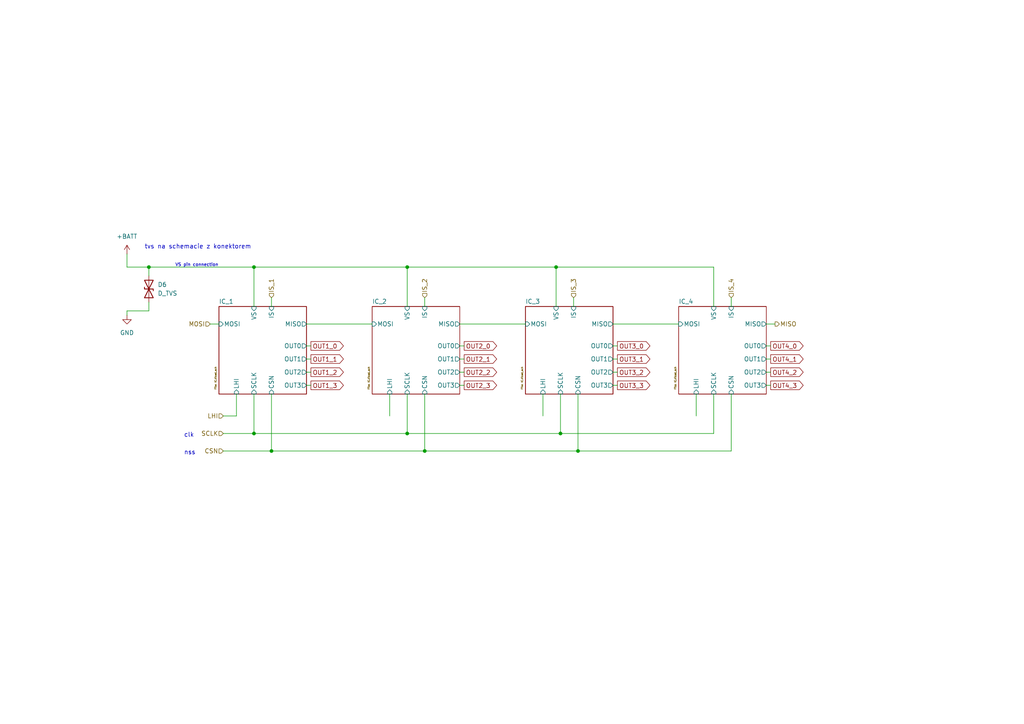
<source format=kicad_sch>
(kicad_sch (version 20230121) (generator eeschema)

  (uuid 733bc089-7e02-41fb-836b-ab3cf0a21bf4)

  (paper "A4")

  (lib_symbols
    (symbol "Device:D_TVS" (pin_numbers hide) (pin_names (offset 1.016) hide) (in_bom yes) (on_board yes)
      (property "Reference" "D" (at 0 2.54 0)
        (effects (font (size 1.27 1.27)))
      )
      (property "Value" "D_TVS" (at 0 -2.54 0)
        (effects (font (size 1.27 1.27)))
      )
      (property "Footprint" "" (at 0 0 0)
        (effects (font (size 1.27 1.27)) hide)
      )
      (property "Datasheet" "~" (at 0 0 0)
        (effects (font (size 1.27 1.27)) hide)
      )
      (property "ki_keywords" "diode TVS thyrector" (at 0 0 0)
        (effects (font (size 1.27 1.27)) hide)
      )
      (property "ki_description" "Bidirectional transient-voltage-suppression diode" (at 0 0 0)
        (effects (font (size 1.27 1.27)) hide)
      )
      (property "ki_fp_filters" "TO-???* *_Diode_* *SingleDiode* D_*" (at 0 0 0)
        (effects (font (size 1.27 1.27)) hide)
      )
      (symbol "D_TVS_0_1"
        (polyline
          (pts
            (xy 1.27 0)
            (xy -1.27 0)
          )
          (stroke (width 0) (type default))
          (fill (type none))
        )
        (polyline
          (pts
            (xy 0.508 1.27)
            (xy 0 1.27)
            (xy 0 -1.27)
            (xy -0.508 -1.27)
          )
          (stroke (width 0.254) (type default))
          (fill (type none))
        )
        (polyline
          (pts
            (xy -2.54 1.27)
            (xy -2.54 -1.27)
            (xy 2.54 1.27)
            (xy 2.54 -1.27)
            (xy -2.54 1.27)
          )
          (stroke (width 0.254) (type default))
          (fill (type none))
        )
      )
      (symbol "D_TVS_1_1"
        (pin passive line (at -3.81 0 0) (length 2.54)
          (name "A1" (effects (font (size 1.27 1.27))))
          (number "1" (effects (font (size 1.27 1.27))))
        )
        (pin passive line (at 3.81 0 180) (length 2.54)
          (name "A2" (effects (font (size 1.27 1.27))))
          (number "2" (effects (font (size 1.27 1.27))))
        )
      )
    )
    (symbol "power:+BATT" (power) (pin_names (offset 0)) (in_bom yes) (on_board yes)
      (property "Reference" "#PWR" (at 0 -3.81 0)
        (effects (font (size 1.27 1.27)) hide)
      )
      (property "Value" "+BATT" (at 0 3.556 0)
        (effects (font (size 1.27 1.27)))
      )
      (property "Footprint" "" (at 0 0 0)
        (effects (font (size 1.27 1.27)) hide)
      )
      (property "Datasheet" "" (at 0 0 0)
        (effects (font (size 1.27 1.27)) hide)
      )
      (property "ki_keywords" "global power battery" (at 0 0 0)
        (effects (font (size 1.27 1.27)) hide)
      )
      (property "ki_description" "Power symbol creates a global label with name \"+BATT\"" (at 0 0 0)
        (effects (font (size 1.27 1.27)) hide)
      )
      (symbol "+BATT_0_1"
        (polyline
          (pts
            (xy -0.762 1.27)
            (xy 0 2.54)
          )
          (stroke (width 0) (type default))
          (fill (type none))
        )
        (polyline
          (pts
            (xy 0 0)
            (xy 0 2.54)
          )
          (stroke (width 0) (type default))
          (fill (type none))
        )
        (polyline
          (pts
            (xy 0 2.54)
            (xy 0.762 1.27)
          )
          (stroke (width 0) (type default))
          (fill (type none))
        )
      )
      (symbol "+BATT_1_1"
        (pin power_in line (at 0 0 90) (length 0) hide
          (name "+BATT" (effects (font (size 1.27 1.27))))
          (number "1" (effects (font (size 1.27 1.27))))
        )
      )
    )
    (symbol "power:GND" (power) (pin_names (offset 0)) (in_bom yes) (on_board yes)
      (property "Reference" "#PWR" (at 0 -6.35 0)
        (effects (font (size 1.27 1.27)) hide)
      )
      (property "Value" "GND" (at 0 -3.81 0)
        (effects (font (size 1.27 1.27)))
      )
      (property "Footprint" "" (at 0 0 0)
        (effects (font (size 1.27 1.27)) hide)
      )
      (property "Datasheet" "" (at 0 0 0)
        (effects (font (size 1.27 1.27)) hide)
      )
      (property "ki_keywords" "global power" (at 0 0 0)
        (effects (font (size 1.27 1.27)) hide)
      )
      (property "ki_description" "Power symbol creates a global label with name \"GND\" , ground" (at 0 0 0)
        (effects (font (size 1.27 1.27)) hide)
      )
      (symbol "GND_0_1"
        (polyline
          (pts
            (xy 0 0)
            (xy 0 -1.27)
            (xy 1.27 -1.27)
            (xy 0 -2.54)
            (xy -1.27 -1.27)
            (xy 0 -1.27)
          )
          (stroke (width 0) (type default))
          (fill (type none))
        )
      )
      (symbol "GND_1_1"
        (pin power_in line (at 0 0 270) (length 0) hide
          (name "GND" (effects (font (size 1.27 1.27))))
          (number "1" (effects (font (size 1.27 1.27))))
        )
      )
    )
  )

  (junction (at 167.64 130.81) (diameter 0) (color 0 0 0 0)
    (uuid 0df1b420-6146-4901-bca3-e67fb3960806)
  )
  (junction (at 118.11 77.47) (diameter 0) (color 0 0 0 0)
    (uuid 2666f868-3bc5-431f-b895-9d19921805cb)
  )
  (junction (at 78.74 130.81) (diameter 0) (color 0 0 0 0)
    (uuid 2f788cc1-46be-4a14-bc98-a2ef46d8c51b)
  )
  (junction (at 162.56 125.73) (diameter 0) (color 0 0 0 0)
    (uuid 3afedb61-cbb6-4f38-ae90-03c777b68840)
  )
  (junction (at 161.29 77.47) (diameter 0) (color 0 0 0 0)
    (uuid 60abe731-9ab1-4c0f-9d36-6dedf2ad1d7b)
  )
  (junction (at 118.11 125.73) (diameter 0) (color 0 0 0 0)
    (uuid 84cfe170-8c74-4a6e-9bce-778501ecaa78)
  )
  (junction (at 73.66 77.47) (diameter 0) (color 0 0 0 0)
    (uuid 9427ae99-9c01-4287-b480-09f47b26c3d4)
  )
  (junction (at 73.66 125.73) (diameter 0) (color 0 0 0 0)
    (uuid a46ca1ad-e15a-46b1-ae6e-899e44cc041b)
  )
  (junction (at 43.18 77.47) (diameter 0) (color 0 0 0 0)
    (uuid db4006e4-f026-4b12-b592-d5a84cac46b0)
  )
  (junction (at 123.19 130.81) (diameter 0) (color 0 0 0 0)
    (uuid f3f4f2dc-e8be-4f60-a06b-ea8b23e4be5b)
  )

  (wire (pts (xy 222.25 111.76) (xy 223.52 111.76))
    (stroke (width 0) (type default))
    (uuid 0149efef-51ef-41d4-ae3c-c330eacbc3f7)
  )
  (wire (pts (xy 123.19 86.36) (xy 123.19 88.9))
    (stroke (width 0) (type default))
    (uuid 083d0848-6f11-41b2-a380-39ef13baed1a)
  )
  (wire (pts (xy 78.74 130.81) (xy 123.19 130.81))
    (stroke (width 0) (type default))
    (uuid 09c6330c-9acd-478a-922d-5ebf50df25d6)
  )
  (wire (pts (xy 88.9 100.33) (xy 90.17 100.33))
    (stroke (width 0) (type default))
    (uuid 2025bccf-4739-49a3-92c7-d8b795a02787)
  )
  (wire (pts (xy 73.66 125.73) (xy 118.11 125.73))
    (stroke (width 0) (type default))
    (uuid 24bb1a31-355c-4a51-802b-bd93aaa2d287)
  )
  (wire (pts (xy 162.56 114.3) (xy 162.56 125.73))
    (stroke (width 0) (type default))
    (uuid 24e575df-5383-4b73-8d01-a4b677dfd7b9)
  )
  (wire (pts (xy 133.35 100.33) (xy 134.62 100.33))
    (stroke (width 0) (type default))
    (uuid 2b9b4c35-1c6d-4a8f-9695-2951320828dd)
  )
  (wire (pts (xy 43.18 77.47) (xy 73.66 77.47))
    (stroke (width 0) (type default))
    (uuid 2e177d39-02ad-4767-8825-07c596fd1556)
  )
  (wire (pts (xy 64.77 125.73) (xy 73.66 125.73))
    (stroke (width 0) (type default))
    (uuid 2fc9c635-b1f8-42c2-89b3-8f82e75cc2cc)
  )
  (wire (pts (xy 222.25 100.33) (xy 223.52 100.33))
    (stroke (width 0) (type default))
    (uuid 33590eb1-b864-484f-831e-5f5e6e18d2d3)
  )
  (wire (pts (xy 177.8 100.33) (xy 179.07 100.33))
    (stroke (width 0) (type default))
    (uuid 3447a1ad-0939-4a25-9cc1-e3175fc8b0ee)
  )
  (wire (pts (xy 177.8 104.14) (xy 179.07 104.14))
    (stroke (width 0) (type default))
    (uuid 399cd91c-321f-44f5-8ecd-02aad8de8457)
  )
  (wire (pts (xy 73.66 77.47) (xy 118.11 77.47))
    (stroke (width 0) (type default))
    (uuid 3dcd7e25-7155-4cd4-b1d3-ab43212fa7b6)
  )
  (wire (pts (xy 133.35 93.98) (xy 152.4 93.98))
    (stroke (width 0) (type default))
    (uuid 42f9d96c-7e2d-4817-9a06-eb67fce466df)
  )
  (wire (pts (xy 207.01 114.3) (xy 207.01 125.73))
    (stroke (width 0) (type default))
    (uuid 451b1409-227a-44a5-8eea-60ac68a5ed81)
  )
  (wire (pts (xy 64.77 120.65) (xy 68.58 120.65))
    (stroke (width 0) (type default))
    (uuid 4aec6d48-f1c8-470c-aba5-03229db53d78)
  )
  (wire (pts (xy 161.29 77.47) (xy 207.01 77.47))
    (stroke (width 0) (type default))
    (uuid 4bc1334b-62cf-4f60-9cda-c4cc54dd3973)
  )
  (wire (pts (xy 222.25 93.98) (xy 224.79 93.98))
    (stroke (width 0) (type default))
    (uuid 4f09ff22-df97-4be7-810a-0baff617a7da)
  )
  (wire (pts (xy 64.77 130.81) (xy 78.74 130.81))
    (stroke (width 0) (type default))
    (uuid 50207b34-f551-4e0b-9a99-b250f0c9bbc7)
  )
  (wire (pts (xy 166.37 86.36) (xy 166.37 88.9))
    (stroke (width 0) (type default))
    (uuid 57ad9a2a-cf98-4c77-b31d-b3df0c56a051)
  )
  (wire (pts (xy 68.58 120.65) (xy 68.58 114.3))
    (stroke (width 0) (type default))
    (uuid 5caee339-5370-4ebc-9102-e4c1de678403)
  )
  (wire (pts (xy 43.18 87.63) (xy 43.18 90.17))
    (stroke (width 0) (type default))
    (uuid 5dbe89d3-8266-4760-869e-b5636088f0a6)
  )
  (wire (pts (xy 161.29 77.47) (xy 161.29 88.9))
    (stroke (width 0) (type default))
    (uuid 6511d3f1-35d4-4c2e-8cae-b7b32494e0d6)
  )
  (wire (pts (xy 177.8 111.76) (xy 179.07 111.76))
    (stroke (width 0) (type default))
    (uuid 676cab7e-fdad-491d-8eca-cb9b1a551794)
  )
  (wire (pts (xy 88.9 93.98) (xy 107.95 93.98))
    (stroke (width 0) (type default))
    (uuid 68a2e312-f90c-4611-b834-8880fd8f69ac)
  )
  (wire (pts (xy 88.9 107.95) (xy 90.17 107.95))
    (stroke (width 0) (type default))
    (uuid 6bd5de5a-27d0-40a5-bcdd-4ee325187ad7)
  )
  (wire (pts (xy 36.83 90.17) (xy 43.18 90.17))
    (stroke (width 0) (type default))
    (uuid 6be4504d-dc7a-4cc9-bac0-ad511691887b)
  )
  (wire (pts (xy 157.48 120.65) (xy 157.48 114.3))
    (stroke (width 0) (type default))
    (uuid 7389314c-cbfd-445c-ab4f-1152de8510d4)
  )
  (wire (pts (xy 123.19 114.3) (xy 123.19 130.81))
    (stroke (width 0) (type default))
    (uuid 7d9ae8f6-5b28-454e-818b-fb85e5e19dc5)
  )
  (wire (pts (xy 133.35 107.95) (xy 134.62 107.95))
    (stroke (width 0) (type default))
    (uuid 8398e177-3ae5-4c7a-8468-6749d303c0ec)
  )
  (wire (pts (xy 60.96 93.98) (xy 63.5 93.98))
    (stroke (width 0) (type default))
    (uuid 88c61aca-d2c0-46cc-b909-f9bf951c64d9)
  )
  (wire (pts (xy 78.74 114.3) (xy 78.74 130.81))
    (stroke (width 0) (type default))
    (uuid 8acfc3d0-1c37-4f2e-9914-7734017b5d7a)
  )
  (wire (pts (xy 201.93 120.65) (xy 201.93 114.3))
    (stroke (width 0) (type default))
    (uuid 8c572281-613b-43e0-b138-727ee3bfd845)
  )
  (wire (pts (xy 177.8 107.95) (xy 179.07 107.95))
    (stroke (width 0) (type default))
    (uuid 8ea31296-06d9-42ea-b546-f7cd96f013d3)
  )
  (wire (pts (xy 162.56 125.73) (xy 207.01 125.73))
    (stroke (width 0) (type default))
    (uuid 907acf89-0b3c-481e-a7dc-5bbb29b94a65)
  )
  (wire (pts (xy 36.83 90.17) (xy 36.83 91.44))
    (stroke (width 0) (type default))
    (uuid 948dd4b8-c136-48de-824f-564d9e20cffb)
  )
  (wire (pts (xy 118.11 125.73) (xy 162.56 125.73))
    (stroke (width 0) (type default))
    (uuid 973bff73-e7ee-48e3-8e59-a8cc95bab03b)
  )
  (wire (pts (xy 73.66 114.3) (xy 73.66 125.73))
    (stroke (width 0) (type default))
    (uuid a11d36cc-ff6c-47dd-85eb-a7323b2c8d4e)
  )
  (wire (pts (xy 207.01 77.47) (xy 207.01 88.9))
    (stroke (width 0) (type default))
    (uuid a129f467-e1c5-43f8-8428-f9cf13e21cd0)
  )
  (wire (pts (xy 133.35 104.14) (xy 134.62 104.14))
    (stroke (width 0) (type default))
    (uuid a29df58a-9bb3-4838-9540-290c2e360e94)
  )
  (wire (pts (xy 118.11 77.47) (xy 161.29 77.47))
    (stroke (width 0) (type default))
    (uuid aad25e45-4ddd-4573-80ad-38bc79ef3fb4)
  )
  (wire (pts (xy 177.8 93.98) (xy 196.85 93.98))
    (stroke (width 0) (type default))
    (uuid b9bbac93-89a5-4617-a1a9-7eee2347f005)
  )
  (wire (pts (xy 222.25 107.95) (xy 223.52 107.95))
    (stroke (width 0) (type default))
    (uuid bc3431f5-88f8-4cb6-b46c-844b898a3ddb)
  )
  (wire (pts (xy 73.66 77.47) (xy 73.66 88.9))
    (stroke (width 0) (type default))
    (uuid bc4958da-bc36-4bcf-a207-35025b852565)
  )
  (wire (pts (xy 222.25 104.14) (xy 223.52 104.14))
    (stroke (width 0) (type default))
    (uuid c02836da-d548-4d54-bfce-3c4563b4f589)
  )
  (wire (pts (xy 88.9 111.76) (xy 90.17 111.76))
    (stroke (width 0) (type default))
    (uuid c0c84986-e645-46b3-8aad-c4274139926c)
  )
  (wire (pts (xy 113.03 120.65) (xy 113.03 114.3))
    (stroke (width 0) (type default))
    (uuid c229b024-797b-4b25-ac85-123aec571d31)
  )
  (wire (pts (xy 212.09 86.36) (xy 212.09 88.9))
    (stroke (width 0) (type default))
    (uuid cd5dbc7c-0de0-48be-b769-71c566943d06)
  )
  (wire (pts (xy 78.74 86.36) (xy 78.74 88.9))
    (stroke (width 0) (type default))
    (uuid cfdf98e5-3acf-41dc-9fd8-c2582f1caea1)
  )
  (wire (pts (xy 123.19 130.81) (xy 167.64 130.81))
    (stroke (width 0) (type default))
    (uuid d3772704-b19b-4f62-bb7c-b5af3a80644c)
  )
  (wire (pts (xy 43.18 77.47) (xy 43.18 80.01))
    (stroke (width 0) (type default))
    (uuid d7230383-398a-456b-b253-fe86c5450e74)
  )
  (wire (pts (xy 88.9 104.14) (xy 90.17 104.14))
    (stroke (width 0) (type default))
    (uuid df2ed15d-ea4f-4e86-8695-c000653a59f9)
  )
  (wire (pts (xy 36.83 77.47) (xy 43.18 77.47))
    (stroke (width 0) (type default))
    (uuid e1dfbb70-1245-4af9-a372-d8d51d3389da)
  )
  (wire (pts (xy 36.83 73.66) (xy 36.83 77.47))
    (stroke (width 0) (type default))
    (uuid e3080efe-f40c-441a-84e5-72a2dbd466d8)
  )
  (wire (pts (xy 212.09 114.3) (xy 212.09 130.81))
    (stroke (width 0) (type default))
    (uuid e443fa90-0adb-4f5d-923d-8091ba259358)
  )
  (wire (pts (xy 118.11 114.3) (xy 118.11 125.73))
    (stroke (width 0) (type default))
    (uuid e4ab4038-c190-45ea-93ca-5e3ff0e06a97)
  )
  (wire (pts (xy 167.64 114.3) (xy 167.64 130.81))
    (stroke (width 0) (type default))
    (uuid e80ed54b-c5af-4341-80e2-05e2cb345292)
  )
  (wire (pts (xy 118.11 77.47) (xy 118.11 88.9))
    (stroke (width 0) (type default))
    (uuid f035da64-565c-4142-ba1c-7b3c3680d15d)
  )
  (wire (pts (xy 167.64 130.81) (xy 212.09 130.81))
    (stroke (width 0) (type default))
    (uuid fdff43cd-39c7-40bf-8bd0-95cbcd48b08b)
  )
  (wire (pts (xy 133.35 111.76) (xy 134.62 111.76))
    (stroke (width 0) (type default))
    (uuid ff58f9a2-0e73-41c8-80d3-40216f9bb919)
  )

  (text "VS pin connection\n" (at 50.8 77.47 0)
    (effects (font (size 0.9 0.9)) (justify left bottom))
    (uuid 78b989ae-8754-4a85-9ce3-888faf8de1eb)
  )
  (text "clk" (at 53.34 127 0)
    (effects (font (size 1.27 1.27)) (justify left bottom))
    (uuid 91df88e1-0941-4356-abf5-062b0f26b040)
  )
  (text "nss" (at 53.34 132.08 0)
    (effects (font (size 1.27 1.27)) (justify left bottom))
    (uuid 99dea18f-ccc5-425b-9b9f-10a035a4ef66)
  )
  (text "tvs na schemacie z konektorem" (at 41.91 72.39 0)
    (effects (font (size 1.27 1.27)) (justify left bottom))
    (uuid e236ea31-9c17-4b13-8a3c-216547692ba6)
  )

  (global_label "OUT2_2" (shape output) (at 134.62 107.95 0) (fields_autoplaced)
    (effects (font (size 1.27 1.27)) (justify left))
    (uuid 1677342c-8dd7-4be5-99ec-8a2cdd32014f)
    (property "Intersheetrefs" "${INTERSHEET_REFS}" (at 144.6204 107.95 0)
      (effects (font (size 1.27 1.27)) (justify left) hide)
    )
  )
  (global_label "OUT1_1" (shape output) (at 90.17 104.14 0) (fields_autoplaced)
    (effects (font (size 1.27 1.27)) (justify left))
    (uuid 2f5fe918-f6a1-4d1e-9bca-75ecb6dacc29)
    (property "Intersheetrefs" "${INTERSHEET_REFS}" (at 100.1704 104.14 0)
      (effects (font (size 1.27 1.27)) (justify left) hide)
    )
  )
  (global_label "OUT3_1" (shape output) (at 179.07 104.14 0) (fields_autoplaced)
    (effects (font (size 1.27 1.27)) (justify left))
    (uuid 5d819533-c8dc-4d23-95c5-cffec67ee0b5)
    (property "Intersheetrefs" "${INTERSHEET_REFS}" (at 189.0704 104.14 0)
      (effects (font (size 1.27 1.27)) (justify left) hide)
    )
  )
  (global_label "OUT4_2" (shape output) (at 223.52 107.95 0) (fields_autoplaced)
    (effects (font (size 1.27 1.27)) (justify left))
    (uuid 6d665b17-75df-418d-b0b9-c1e7277a3e06)
    (property "Intersheetrefs" "${INTERSHEET_REFS}" (at 233.5204 107.95 0)
      (effects (font (size 1.27 1.27)) (justify left) hide)
    )
  )
  (global_label "OUT3_2" (shape output) (at 179.07 107.95 0) (fields_autoplaced)
    (effects (font (size 1.27 1.27)) (justify left))
    (uuid 773ec46c-d92f-4859-80c3-e5f84000674e)
    (property "Intersheetrefs" "${INTERSHEET_REFS}" (at 189.0704 107.95 0)
      (effects (font (size 1.27 1.27)) (justify left) hide)
    )
  )
  (global_label "OUT1_0" (shape output) (at 90.17 100.33 0) (fields_autoplaced)
    (effects (font (size 1.27 1.27)) (justify left))
    (uuid 80467fd1-d743-479e-9421-37f2db8917c1)
    (property "Intersheetrefs" "${INTERSHEET_REFS}" (at 100.1704 100.33 0)
      (effects (font (size 1.27 1.27)) (justify left) hide)
    )
  )
  (global_label "OUT2_0" (shape output) (at 134.62 100.33 0) (fields_autoplaced)
    (effects (font (size 1.27 1.27)) (justify left))
    (uuid 858fb713-ac3e-4e00-8245-414947a451b1)
    (property "Intersheetrefs" "${INTERSHEET_REFS}" (at 144.6204 100.33 0)
      (effects (font (size 1.27 1.27)) (justify left) hide)
    )
  )
  (global_label "OUT2_3" (shape output) (at 134.62 111.76 0) (fields_autoplaced)
    (effects (font (size 1.27 1.27)) (justify left))
    (uuid 952797d2-1a00-43b6-a2d6-d23073f552a7)
    (property "Intersheetrefs" "${INTERSHEET_REFS}" (at 144.6204 111.76 0)
      (effects (font (size 1.27 1.27)) (justify left) hide)
    )
  )
  (global_label "OUT3_0" (shape output) (at 179.07 100.33 0) (fields_autoplaced)
    (effects (font (size 1.27 1.27)) (justify left))
    (uuid 9aa8fe89-b4c7-4796-8761-d9b46d5725f8)
    (property "Intersheetrefs" "${INTERSHEET_REFS}" (at 189.0704 100.33 0)
      (effects (font (size 1.27 1.27)) (justify left) hide)
    )
  )
  (global_label "OUT4_3" (shape output) (at 223.52 111.76 0) (fields_autoplaced)
    (effects (font (size 1.27 1.27)) (justify left))
    (uuid 9fefe2c7-e5fc-4462-bec2-3f4f6b018f3c)
    (property "Intersheetrefs" "${INTERSHEET_REFS}" (at 233.5204 111.76 0)
      (effects (font (size 1.27 1.27)) (justify left) hide)
    )
  )
  (global_label "OUT4_0" (shape output) (at 223.52 100.33 0) (fields_autoplaced)
    (effects (font (size 1.27 1.27)) (justify left))
    (uuid a952865b-19fb-4cd7-9c67-61f6e451ccf5)
    (property "Intersheetrefs" "${INTERSHEET_REFS}" (at 233.5204 100.33 0)
      (effects (font (size 1.27 1.27)) (justify left) hide)
    )
  )
  (global_label "OUT3_3" (shape output) (at 179.07 111.76 0) (fields_autoplaced)
    (effects (font (size 1.27 1.27)) (justify left))
    (uuid c9ae214d-3b2b-4de5-a46e-03fcd1ceea40)
    (property "Intersheetrefs" "${INTERSHEET_REFS}" (at 189.0704 111.76 0)
      (effects (font (size 1.27 1.27)) (justify left) hide)
    )
  )
  (global_label "OUT4_1" (shape output) (at 223.52 104.14 0) (fields_autoplaced)
    (effects (font (size 1.27 1.27)) (justify left))
    (uuid d359eb10-f417-4cd8-aeb3-ca595f02772b)
    (property "Intersheetrefs" "${INTERSHEET_REFS}" (at 233.5204 104.14 0)
      (effects (font (size 1.27 1.27)) (justify left) hide)
    )
  )
  (global_label "OUT1_3" (shape output) (at 90.17 111.76 0) (fields_autoplaced)
    (effects (font (size 1.27 1.27)) (justify left))
    (uuid d3907180-d58f-4b6c-82c1-0417c0b3fecb)
    (property "Intersheetrefs" "${INTERSHEET_REFS}" (at 100.1704 111.76 0)
      (effects (font (size 1.27 1.27)) (justify left) hide)
    )
  )
  (global_label "OUT2_1" (shape output) (at 134.62 104.14 0) (fields_autoplaced)
    (effects (font (size 1.27 1.27)) (justify left))
    (uuid d7c29e81-3117-46fa-bd17-ef6c0cd4215c)
    (property "Intersheetrefs" "${INTERSHEET_REFS}" (at 144.6204 104.14 0)
      (effects (font (size 1.27 1.27)) (justify left) hide)
    )
  )
  (global_label "OUT1_2" (shape output) (at 90.17 107.95 0) (fields_autoplaced)
    (effects (font (size 1.27 1.27)) (justify left))
    (uuid fe48e718-320a-4a1b-8c35-849822d042dd)
    (property "Intersheetrefs" "${INTERSHEET_REFS}" (at 100.1704 107.95 0)
      (effects (font (size 1.27 1.27)) (justify left) hide)
    )
  )

  (hierarchical_label "SCLK" (shape input) (at 64.77 125.73 180) (fields_autoplaced)
    (effects (font (size 1.27 1.27)) (justify right))
    (uuid 1f29130d-d422-45d8-8412-529520e18d4a)
  )
  (hierarchical_label "MOSI" (shape input) (at 60.96 93.98 180) (fields_autoplaced)
    (effects (font (size 1.27 1.27)) (justify right))
    (uuid 43e2e854-8ce8-444a-a969-ba01176e3e3f)
  )
  (hierarchical_label "LHI" (shape input) (at 64.77 120.65 180) (fields_autoplaced)
    (effects (font (size 1.27 1.27)) (justify right))
    (uuid 83468f90-e8c4-42f4-93e4-bd852459cfa7)
  )
  (hierarchical_label "IS_2" (shape input) (at 123.19 86.36 90) (fields_autoplaced)
    (effects (font (size 1.27 1.27)) (justify left))
    (uuid 875c5a4d-ae06-4e7e-beb1-55e3e1d6b5fa)
  )
  (hierarchical_label "IS_4" (shape input) (at 212.09 86.36 90) (fields_autoplaced)
    (effects (font (size 1.27 1.27)) (justify left))
    (uuid 9c01ca2a-b359-4b7d-aa41-8066760b56ed)
  )
  (hierarchical_label "IS_1" (shape input) (at 78.74 86.36 90) (fields_autoplaced)
    (effects (font (size 1.27 1.27)) (justify left))
    (uuid b858610d-61e7-4bf1-8072-c11620028eba)
  )
  (hierarchical_label "IS_3" (shape input) (at 166.37 86.36 90) (fields_autoplaced)
    (effects (font (size 1.27 1.27)) (justify left))
    (uuid c108dcbb-3712-414e-a45a-ff3980a976a4)
  )
  (hierarchical_label "MISO" (shape output) (at 224.79 93.98 0) (fields_autoplaced)
    (effects (font (size 1.27 1.27)) (justify left))
    (uuid d51462e7-f4aa-4210-babe-d72b835dedb4)
  )
  (hierarchical_label "CSN" (shape input) (at 64.77 130.81 180) (fields_autoplaced)
    (effects (font (size 1.27 1.27)) (justify right))
    (uuid f1213049-9baa-4e15-a137-a22a742f9ff8)
  )

  (symbol (lib_id "Device:D_TVS") (at 43.18 83.82 90) (unit 1)
    (in_bom yes) (on_board yes) (dnp no) (fields_autoplaced)
    (uuid 46046a7a-8b2d-4fb1-be9c-25524d25e509)
    (property "Reference" "D6" (at 45.72 82.55 90)
      (effects (font (size 1.27 1.27)) (justify right))
    )
    (property "Value" "D_TVS" (at 45.72 85.09 90)
      (effects (font (size 1.27 1.27)) (justify right))
    )
    (property "Footprint" "" (at 43.18 83.82 0)
      (effects (font (size 1.27 1.27)) hide)
    )
    (property "Datasheet" "~" (at 43.18 83.82 0)
      (effects (font (size 1.27 1.27)) hide)
    )
    (pin "1" (uuid 479efaa8-90ec-446c-a5a8-bb5481aae25e))
    (pin "2" (uuid 477166a3-1cef-4402-99a8-b80753f5181e))
    (instances
      (project "PDM_1"
        (path "/b652b05a-4e3d-4ad1-b032-18886abe7d45/bbbea364-8a77-4595-a72b-a583adbd9739"
          (reference "D6") (unit 1)
        )
      )
    )
  )

  (symbol (lib_id "power:+BATT") (at 36.83 73.66 0) (unit 1)
    (in_bom yes) (on_board yes) (dnp no) (fields_autoplaced)
    (uuid 94f710c1-0919-44b2-8b84-0f7d1723d55f)
    (property "Reference" "#PWR023" (at 36.83 77.47 0)
      (effects (font (size 1.27 1.27)) hide)
    )
    (property "Value" "+BATT" (at 36.83 68.58 0)
      (effects (font (size 1.27 1.27)))
    )
    (property "Footprint" "" (at 36.83 73.66 0)
      (effects (font (size 1.27 1.27)) hide)
    )
    (property "Datasheet" "" (at 36.83 73.66 0)
      (effects (font (size 1.27 1.27)) hide)
    )
    (pin "1" (uuid d6638e2d-1d48-4dd5-93ce-28c181af02a6))
    (instances
      (project "PDM_1"
        (path "/b652b05a-4e3d-4ad1-b032-18886abe7d45/bbbea364-8a77-4595-a72b-a583adbd9739"
          (reference "#PWR023") (unit 1)
        )
      )
    )
  )

  (symbol (lib_id "power:GND") (at 36.83 91.44 0) (unit 1)
    (in_bom yes) (on_board yes) (dnp no) (fields_autoplaced)
    (uuid d363ceba-a2b1-4a32-bddd-8255753d9653)
    (property "Reference" "#PWR022" (at 36.83 97.79 0)
      (effects (font (size 1.27 1.27)) hide)
    )
    (property "Value" "GND" (at 36.83 96.52 0)
      (effects (font (size 1.27 1.27)))
    )
    (property "Footprint" "" (at 36.83 91.44 0)
      (effects (font (size 1.27 1.27)) hide)
    )
    (property "Datasheet" "" (at 36.83 91.44 0)
      (effects (font (size 1.27 1.27)) hide)
    )
    (pin "1" (uuid 4e305581-49e7-4667-9484-44635406f917))
    (instances
      (project "PDM_1"
        (path "/b652b05a-4e3d-4ad1-b032-18886abe7d45/bbbea364-8a77-4595-a72b-a583adbd9739"
          (reference "#PWR022") (unit 1)
        )
      )
    )
  )

  (sheet (at 63.5 88.9) (size 25.4 25.4)
    (stroke (width 0.1524) (type solid))
    (fill (color 0 0 0 0.0000))
    (uuid 01cdaff7-c385-4f50-95f8-a4407fe1b7fe)
    (property "Sheetname" "IC_1" (at 63.5 88.1884 0)
      (effects (font (size 1.27 1.27)) (justify left bottom))
    )
    (property "Sheetfile" "IC.kicad_sch" (at 62.23 113.03 90)
      (effects (font (size 0.5 0.5)) (justify left top))
    )
    (pin "MISO" output (at 88.9 93.98 0)
      (effects (font (size 1.27 1.27)) (justify right))
      (uuid ebfb11a4-9183-4202-aa79-72a594ef0a82)
    )
    (pin "MOSI" input (at 63.5 93.98 180)
      (effects (font (size 1.27 1.27)) (justify left))
      (uuid 862b7a51-4260-41bf-bffb-52545521f6aa)
    )
    (pin "SCLK" input (at 73.66 114.3 270)
      (effects (font (size 1.27 1.27)) (justify left))
      (uuid 7caad4fb-9126-4ce1-ab43-7c3e3e475080)
    )
    (pin "CSN" input (at 78.74 114.3 270)
      (effects (font (size 1.27 1.27)) (justify left))
      (uuid 3d7f42a8-7974-4be5-aec5-144c4313bbe7)
    )
    (pin "VS" input (at 73.66 88.9 90)
      (effects (font (size 1.27 1.27)) (justify right))
      (uuid 73bf1d7f-380d-4de9-89a4-a3b2f2b575d6)
    )
    (pin "OUT2" output (at 88.9 107.95 0)
      (effects (font (size 1.27 1.27)) (justify right))
      (uuid 5db2e1a7-e30e-4d2e-90d9-c91339eb46d3)
    )
    (pin "OUT3" output (at 88.9 111.76 0)
      (effects (font (size 1.27 1.27)) (justify right))
      (uuid 22ee3f77-8693-4474-9fa2-3c46ab732522)
    )
    (pin "OUT0" output (at 88.9 100.33 0)
      (effects (font (size 1.27 1.27)) (justify right))
      (uuid 4c26fda3-9a35-4091-8a56-705a61800e34)
    )
    (pin "OUT1" output (at 88.9 104.14 0)
      (effects (font (size 1.27 1.27)) (justify right))
      (uuid bb6b36f8-29fb-42c8-8c67-41386a63fb44)
    )
    (pin "IS" input (at 78.74 88.9 90)
      (effects (font (size 1.27 1.27)) (justify right))
      (uuid 5497dad0-01f0-4038-86d1-2ba51f99b736)
    )
    (pin "LHI" input (at 68.58 114.3 270)
      (effects (font (size 1.27 1.27)) (justify left))
      (uuid c5508f2d-ecf7-48d6-ab12-bc87b230ec70)
    )
    (instances
      (project "PDM_1"
        (path "/b652b05a-4e3d-4ad1-b032-18886abe7d45/bbbea364-8a77-4595-a72b-a583adbd9739" (page "6"))
      )
    )
  )

  (sheet (at 152.4 88.9) (size 25.4 25.4)
    (stroke (width 0.1524) (type solid))
    (fill (color 0 0 0 0.0000))
    (uuid 02b1d64c-48f5-44d9-b608-c9726374db0a)
    (property "Sheetname" "IC_3" (at 152.4 88.1884 0)
      (effects (font (size 1.27 1.27)) (justify left bottom))
    )
    (property "Sheetfile" "IC.kicad_sch" (at 151.13 113.03 90)
      (effects (font (size 0.5 0.5)) (justify left top))
    )
    (pin "MISO" output (at 177.8 93.98 0)
      (effects (font (size 1.27 1.27)) (justify right))
      (uuid d50dc4ba-4848-466e-9a19-c0b4b8abe258)
    )
    (pin "MOSI" input (at 152.4 93.98 180)
      (effects (font (size 1.27 1.27)) (justify left))
      (uuid 35b87fa8-a5bc-4745-8330-a5c9cf1192d5)
    )
    (pin "SCLK" input (at 162.56 114.3 270)
      (effects (font (size 1.27 1.27)) (justify left))
      (uuid ccdb44de-1a19-46f4-b44b-d52be25d8cde)
    )
    (pin "CSN" input (at 167.64 114.3 270)
      (effects (font (size 1.27 1.27)) (justify left))
      (uuid 18c05037-a187-4fac-a7fe-6c3f0fc5e212)
    )
    (pin "VS" input (at 161.29 88.9 90)
      (effects (font (size 1.27 1.27)) (justify right))
      (uuid 02721645-6534-4c2c-8f21-dee037cdc95e)
    )
    (pin "OUT2" output (at 177.8 107.95 0)
      (effects (font (size 1.27 1.27)) (justify right))
      (uuid 9ed62739-3143-4855-96a5-7c1efac7fb30)
    )
    (pin "OUT3" output (at 177.8 111.76 0)
      (effects (font (size 1.27 1.27)) (justify right))
      (uuid fd8411e7-3a64-4511-9bd5-0563aa05dfc8)
    )
    (pin "OUT0" output (at 177.8 100.33 0)
      (effects (font (size 1.27 1.27)) (justify right))
      (uuid be5d8aa7-c82d-4281-b4d4-2c1ba7c55c0f)
    )
    (pin "OUT1" output (at 177.8 104.14 0)
      (effects (font (size 1.27 1.27)) (justify right))
      (uuid 3a6b200d-d2f5-4b35-8368-ff3f7aaea214)
    )
    (pin "IS" input (at 166.37 88.9 90)
      (effects (font (size 1.27 1.27)) (justify right))
      (uuid d548ccc8-e3cf-4368-8a35-44cc99d182fd)
    )
    (pin "LHI" input (at 157.48 114.3 270)
      (effects (font (size 1.27 1.27)) (justify left))
      (uuid fa16d5b3-5538-4d2f-b300-b92ab023c3c7)
    )
    (instances
      (project "PDM_1"
        (path "/b652b05a-4e3d-4ad1-b032-18886abe7d45/bbbea364-8a77-4595-a72b-a583adbd9739" (page "8"))
      )
    )
  )

  (sheet (at 107.95 88.9) (size 25.4 25.4)
    (stroke (width 0.1524) (type solid))
    (fill (color 0 0 0 0.0000))
    (uuid bd327e73-692a-4839-aa32-890d32381bdd)
    (property "Sheetname" "IC_2" (at 107.95 88.1884 0)
      (effects (font (size 1.27 1.27)) (justify left bottom))
    )
    (property "Sheetfile" "IC.kicad_sch" (at 106.68 113.03 90)
      (effects (font (size 0.5 0.5)) (justify left top))
    )
    (pin "MISO" output (at 133.35 93.98 0)
      (effects (font (size 1.27 1.27)) (justify right))
      (uuid 9c62e527-e885-469a-87ad-c5613ccacbd5)
    )
    (pin "MOSI" input (at 107.95 93.98 180)
      (effects (font (size 1.27 1.27)) (justify left))
      (uuid 05005123-4536-4241-930d-479e84c7e7e1)
    )
    (pin "SCLK" input (at 118.11 114.3 270)
      (effects (font (size 1.27 1.27)) (justify left))
      (uuid 6df7e488-8a89-40e2-9fe6-f98674f7ef67)
    )
    (pin "CSN" input (at 123.19 114.3 270)
      (effects (font (size 1.27 1.27)) (justify left))
      (uuid 96edc66f-7e7a-4560-afec-0f7249b39768)
    )
    (pin "VS" input (at 118.11 88.9 90)
      (effects (font (size 1.27 1.27)) (justify right))
      (uuid f53bfd2d-3e52-43a6-9b2c-52b4db10ba11)
    )
    (pin "OUT2" output (at 133.35 107.95 0)
      (effects (font (size 1.27 1.27)) (justify right))
      (uuid 2b70e345-3a43-4baf-92ff-ce4b56d4686b)
    )
    (pin "OUT3" output (at 133.35 111.76 0)
      (effects (font (size 1.27 1.27)) (justify right))
      (uuid b78ec77e-567a-44f5-80d4-95cf798ab279)
    )
    (pin "OUT0" output (at 133.35 100.33 0)
      (effects (font (size 1.27 1.27)) (justify right))
      (uuid d1f7e4ed-ca7b-4eaa-927f-629bfeede1f1)
    )
    (pin "OUT1" output (at 133.35 104.14 0)
      (effects (font (size 1.27 1.27)) (justify right))
      (uuid 35e0881a-886b-4ca7-8ced-3b5a0d007a81)
    )
    (pin "IS" input (at 123.19 88.9 90)
      (effects (font (size 1.27 1.27)) (justify right))
      (uuid a373904e-b7ef-44fb-8eff-37632ef71cc0)
    )
    (pin "LHI" input (at 113.03 114.3 270)
      (effects (font (size 1.27 1.27)) (justify left))
      (uuid 8da04508-7c0e-45dc-b40d-bfb1daca7f84)
    )
    (instances
      (project "PDM_1"
        (path "/b652b05a-4e3d-4ad1-b032-18886abe7d45/bbbea364-8a77-4595-a72b-a583adbd9739" (page "7"))
      )
    )
  )

  (sheet (at 196.85 88.9) (size 25.4 25.4)
    (stroke (width 0.1524) (type solid))
    (fill (color 0 0 0 0.0000))
    (uuid db374422-776d-4f8e-af5e-d04d7bfd9c5d)
    (property "Sheetname" "IC_4" (at 196.85 88.1884 0)
      (effects (font (size 1.27 1.27)) (justify left bottom))
    )
    (property "Sheetfile" "IC.kicad_sch" (at 195.58 113.03 90)
      (effects (font (size 0.5 0.5)) (justify left top))
    )
    (pin "MISO" output (at 222.25 93.98 0)
      (effects (font (size 1.27 1.27)) (justify right))
      (uuid 3d516760-f7ef-498e-83f0-11864eebaed4)
    )
    (pin "MOSI" input (at 196.85 93.98 180)
      (effects (font (size 1.27 1.27)) (justify left))
      (uuid a8d0999d-aa03-49ba-8173-13e8d36f0551)
    )
    (pin "SCLK" input (at 207.01 114.3 270)
      (effects (font (size 1.27 1.27)) (justify left))
      (uuid df4ed75a-3ec2-4e8d-bd74-23287700743c)
    )
    (pin "CSN" input (at 212.09 114.3 270)
      (effects (font (size 1.27 1.27)) (justify left))
      (uuid 76cd0b2e-f954-47c3-b8f5-b97556b27042)
    )
    (pin "VS" input (at 207.01 88.9 90)
      (effects (font (size 1.27 1.27)) (justify right))
      (uuid cfd519bd-cc3f-4c0f-bbf1-34e5e6e3506e)
    )
    (pin "OUT2" output (at 222.25 107.95 0)
      (effects (font (size 1.27 1.27)) (justify right))
      (uuid 0d789d08-4007-4943-b9f2-1b2f1a8c12b8)
    )
    (pin "OUT3" output (at 222.25 111.76 0)
      (effects (font (size 1.27 1.27)) (justify right))
      (uuid 188f8952-f8b6-4315-a95d-4731a660d71c)
    )
    (pin "OUT0" output (at 222.25 100.33 0)
      (effects (font (size 1.27 1.27)) (justify right))
      (uuid a8300acb-c14e-40ac-b447-2ad39077f8f1)
    )
    (pin "OUT1" output (at 222.25 104.14 0)
      (effects (font (size 1.27 1.27)) (justify right))
      (uuid b6fda29b-048d-4ece-8731-3f4d03ee2b3d)
    )
    (pin "IS" input (at 212.09 88.9 90)
      (effects (font (size 1.27 1.27)) (justify right))
      (uuid 728ea648-b2b8-4b17-a6d5-08b83afb907b)
    )
    (pin "LHI" input (at 201.93 114.3 270)
      (effects (font (size 1.27 1.27)) (justify left))
      (uuid 38ec21dc-e045-4322-9150-64ebd11aa55c)
    )
    (instances
      (project "PDM_1"
        (path "/b652b05a-4e3d-4ad1-b032-18886abe7d45/bbbea364-8a77-4595-a72b-a583adbd9739" (page "9"))
      )
    )
  )
)

</source>
